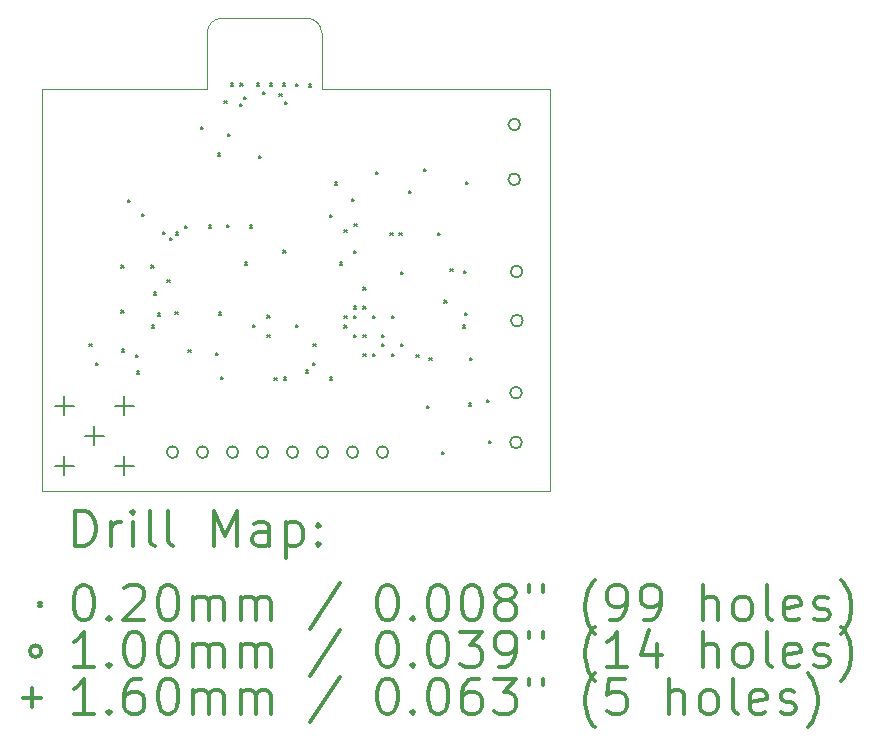
<source format=gbr>
%FSLAX45Y45*%
G04 Gerber Fmt 4.5, Leading zero omitted, Abs format (unit mm)*
G04 Created by KiCad (PCBNEW (5.1.0)-1) date 2019-06-03 19:38:52*
%MOMM*%
%LPD*%
G04 APERTURE LIST*
%ADD10C,0.050000*%
%ADD11C,0.200000*%
%ADD12C,0.300000*%
G04 APERTURE END LIST*
D10*
X12245000Y-4700000D02*
G75*
G02X12370000Y-4825000I0J-125000D01*
G01*
X11400000Y-4825000D02*
G75*
G02X11525000Y-4700000I125000J0D01*
G01*
X10000000Y-5300000D02*
X11400000Y-5300000D01*
X10000000Y-8700000D02*
X10000000Y-5300000D01*
X14300000Y-8700000D02*
X10000000Y-8700000D01*
X14300000Y-5300000D02*
X14300000Y-8700000D01*
X12370000Y-5300000D02*
X14300000Y-5300000D01*
X12370000Y-4825000D02*
X12370000Y-5300000D01*
X11525000Y-4700000D02*
X12245000Y-4700000D01*
X11400000Y-5300000D02*
X11400000Y-4825000D01*
D11*
X10402000Y-7458000D02*
X10422000Y-7478000D01*
X10422000Y-7458000D02*
X10402000Y-7478000D01*
X10457000Y-7618000D02*
X10477000Y-7638000D01*
X10477000Y-7618000D02*
X10457000Y-7638000D01*
X10673000Y-7173000D02*
X10693000Y-7193000D01*
X10693000Y-7173000D02*
X10673000Y-7193000D01*
X10674000Y-6792000D02*
X10694000Y-6812000D01*
X10694000Y-6792000D02*
X10674000Y-6812000D01*
X10680000Y-7503000D02*
X10700000Y-7523000D01*
X10700000Y-7503000D02*
X10680000Y-7523000D01*
X10729000Y-6236000D02*
X10749000Y-6256000D01*
X10749000Y-6236000D02*
X10729000Y-6256000D01*
X10797000Y-7547000D02*
X10817000Y-7567000D01*
X10817000Y-7547000D02*
X10797000Y-7567000D01*
X10807000Y-7688000D02*
X10827000Y-7708000D01*
X10827000Y-7688000D02*
X10807000Y-7708000D01*
X10848000Y-6354000D02*
X10868000Y-6374000D01*
X10868000Y-6354000D02*
X10848000Y-6374000D01*
X10926000Y-6792000D02*
X10946000Y-6812000D01*
X10946000Y-6792000D02*
X10926000Y-6812000D01*
X10931000Y-7299000D02*
X10951000Y-7319000D01*
X10951000Y-7299000D02*
X10931000Y-7319000D01*
X10949000Y-7022000D02*
X10969000Y-7042000D01*
X10969000Y-7022000D02*
X10949000Y-7042000D01*
X10985000Y-7197000D02*
X11005000Y-7217000D01*
X11005000Y-7197000D02*
X10985000Y-7217000D01*
X11027000Y-6508000D02*
X11047000Y-6528000D01*
X11047000Y-6508000D02*
X11027000Y-6528000D01*
X11062000Y-6914000D02*
X11082000Y-6934000D01*
X11082000Y-6914000D02*
X11062000Y-6934000D01*
X11082000Y-6561000D02*
X11102000Y-6581000D01*
X11102000Y-6561000D02*
X11082000Y-6581000D01*
X11131000Y-7184000D02*
X11151000Y-7204000D01*
X11151000Y-7184000D02*
X11131000Y-7204000D01*
X11133000Y-6513000D02*
X11153000Y-6533000D01*
X11153000Y-6513000D02*
X11133000Y-6533000D01*
X11212000Y-6455000D02*
X11232000Y-6475000D01*
X11232000Y-6455000D02*
X11212000Y-6475000D01*
X11240000Y-7510000D02*
X11260000Y-7530000D01*
X11260000Y-7510000D02*
X11240000Y-7530000D01*
X11345000Y-5618000D02*
X11365000Y-5638000D01*
X11365000Y-5618000D02*
X11345000Y-5638000D01*
X11416500Y-6454500D02*
X11436500Y-6474500D01*
X11436500Y-6454500D02*
X11416500Y-6474500D01*
X11476000Y-7535000D02*
X11496000Y-7555000D01*
X11496000Y-7535000D02*
X11476000Y-7555000D01*
X11490000Y-5843000D02*
X11510000Y-5863000D01*
X11510000Y-5843000D02*
X11490000Y-5863000D01*
X11500000Y-7190000D02*
X11520000Y-7210000D01*
X11520000Y-7190000D02*
X11500000Y-7210000D01*
X11514000Y-7738000D02*
X11534000Y-7758000D01*
X11534000Y-7738000D02*
X11514000Y-7758000D01*
X11547000Y-5398000D02*
X11567000Y-5418000D01*
X11567000Y-5398000D02*
X11547000Y-5418000D01*
X11566500Y-6451500D02*
X11586500Y-6471500D01*
X11586500Y-6451500D02*
X11566500Y-6471500D01*
X11575250Y-5679750D02*
X11595250Y-5699750D01*
X11595250Y-5679750D02*
X11575250Y-5699750D01*
X11599000Y-5252000D02*
X11619000Y-5272000D01*
X11619000Y-5252000D02*
X11599000Y-5272000D01*
X11677000Y-5423000D02*
X11697000Y-5443000D01*
X11697000Y-5423000D02*
X11677000Y-5443000D01*
X11680000Y-5250000D02*
X11700000Y-5270000D01*
X11700000Y-5250000D02*
X11680000Y-5270000D01*
X11711000Y-5367000D02*
X11731000Y-5387000D01*
X11731000Y-5367000D02*
X11711000Y-5387000D01*
X11718000Y-6765000D02*
X11738000Y-6785000D01*
X11738000Y-6765000D02*
X11718000Y-6785000D01*
X11762000Y-6454000D02*
X11782000Y-6474000D01*
X11782000Y-6454000D02*
X11762000Y-6474000D01*
X11786000Y-7297000D02*
X11806000Y-7317000D01*
X11806000Y-7297000D02*
X11786000Y-7317000D01*
X11820000Y-5251000D02*
X11840000Y-5271000D01*
X11840000Y-5251000D02*
X11820000Y-5271000D01*
X11838000Y-5866000D02*
X11858000Y-5886000D01*
X11858000Y-5866000D02*
X11838000Y-5886000D01*
X11872000Y-5323000D02*
X11892000Y-5343000D01*
X11892000Y-5323000D02*
X11872000Y-5343000D01*
X11910000Y-7214000D02*
X11930000Y-7234000D01*
X11930000Y-7214000D02*
X11910000Y-7234000D01*
X11910000Y-7381000D02*
X11930000Y-7401000D01*
X11930000Y-7381000D02*
X11910000Y-7401000D01*
X11930000Y-5250000D02*
X11950000Y-5270000D01*
X11950000Y-5250000D02*
X11930000Y-5270000D01*
X11970000Y-7745000D02*
X11990000Y-7765000D01*
X11990000Y-7745000D02*
X11970000Y-7765000D01*
X12012000Y-5340000D02*
X12032000Y-5360000D01*
X12032000Y-5340000D02*
X12012000Y-5360000D01*
X12040000Y-5252000D02*
X12060000Y-5272000D01*
X12060000Y-5252000D02*
X12040000Y-5272000D01*
X12046000Y-6665000D02*
X12066000Y-6685000D01*
X12066000Y-6665000D02*
X12046000Y-6685000D01*
X12047000Y-7740000D02*
X12067000Y-7760000D01*
X12067000Y-7740000D02*
X12047000Y-7760000D01*
X12059000Y-5405000D02*
X12079000Y-5425000D01*
X12079000Y-5405000D02*
X12059000Y-5425000D01*
X12149000Y-5257000D02*
X12169000Y-5277000D01*
X12169000Y-5257000D02*
X12149000Y-5277000D01*
X12152000Y-7298000D02*
X12172000Y-7318000D01*
X12172000Y-7298000D02*
X12152000Y-7318000D01*
X12234000Y-7681000D02*
X12254000Y-7701000D01*
X12254000Y-7681000D02*
X12234000Y-7701000D01*
X12260000Y-5260000D02*
X12280000Y-5280000D01*
X12280000Y-5260000D02*
X12260000Y-5280000D01*
X12295000Y-7618000D02*
X12315000Y-7638000D01*
X12315000Y-7618000D02*
X12295000Y-7638000D01*
X12300000Y-7459000D02*
X12320000Y-7479000D01*
X12320000Y-7459000D02*
X12300000Y-7479000D01*
X12440000Y-7739000D02*
X12460000Y-7759000D01*
X12460000Y-7739000D02*
X12440000Y-7759000D01*
X12441000Y-6362000D02*
X12461000Y-6382000D01*
X12461000Y-6362000D02*
X12441000Y-6382000D01*
X12481000Y-6090000D02*
X12501000Y-6110000D01*
X12501000Y-6090000D02*
X12481000Y-6110000D01*
X12521000Y-6765000D02*
X12541000Y-6785000D01*
X12541000Y-6765000D02*
X12521000Y-6785000D01*
X12561000Y-6494000D02*
X12581000Y-6514000D01*
X12581000Y-6494000D02*
X12561000Y-6514000D01*
X12561000Y-7299000D02*
X12581000Y-7319000D01*
X12581000Y-7299000D02*
X12561000Y-7319000D01*
X12562000Y-7218000D02*
X12582000Y-7238000D01*
X12582000Y-7218000D02*
X12562000Y-7238000D01*
X12623000Y-6229000D02*
X12643000Y-6249000D01*
X12643000Y-6229000D02*
X12623000Y-6249000D01*
X12641000Y-6670000D02*
X12661000Y-6690000D01*
X12661000Y-6670000D02*
X12641000Y-6690000D01*
X12641000Y-7139000D02*
X12661000Y-7159000D01*
X12661000Y-7139000D02*
X12641000Y-7159000D01*
X12641000Y-7379000D02*
X12661000Y-7399000D01*
X12661000Y-7379000D02*
X12641000Y-7399000D01*
X12642000Y-7219000D02*
X12662000Y-7239000D01*
X12662000Y-7219000D02*
X12642000Y-7239000D01*
X12645000Y-6441000D02*
X12665000Y-6461000D01*
X12665000Y-6441000D02*
X12645000Y-6461000D01*
X12721000Y-6979000D02*
X12741000Y-6999000D01*
X12741000Y-6979000D02*
X12721000Y-6999000D01*
X12721000Y-7379000D02*
X12741000Y-7399000D01*
X12741000Y-7379000D02*
X12721000Y-7399000D01*
X12721000Y-7539000D02*
X12741000Y-7559000D01*
X12741000Y-7539000D02*
X12721000Y-7559000D01*
X12722000Y-7138000D02*
X12742000Y-7158000D01*
X12742000Y-7138000D02*
X12722000Y-7158000D01*
X12801000Y-7219000D02*
X12821000Y-7239000D01*
X12821000Y-7219000D02*
X12801000Y-7239000D01*
X12801000Y-7539000D02*
X12821000Y-7559000D01*
X12821000Y-7539000D02*
X12801000Y-7559000D01*
X12830000Y-5998000D02*
X12850000Y-6018000D01*
X12850000Y-5998000D02*
X12830000Y-6018000D01*
X12881000Y-7379000D02*
X12901000Y-7399000D01*
X12901000Y-7379000D02*
X12881000Y-7399000D01*
X12881000Y-7459000D02*
X12901000Y-7479000D01*
X12901000Y-7459000D02*
X12881000Y-7479000D01*
X12952000Y-6515000D02*
X12972000Y-6535000D01*
X12972000Y-6515000D02*
X12952000Y-6535000D01*
X12961000Y-7220000D02*
X12981000Y-7240000D01*
X12981000Y-7220000D02*
X12961000Y-7240000D01*
X12961000Y-7539000D02*
X12981000Y-7559000D01*
X12981000Y-7539000D02*
X12961000Y-7559000D01*
X13027000Y-6515000D02*
X13047000Y-6535000D01*
X13047000Y-6515000D02*
X13027000Y-6535000D01*
X13041000Y-6849000D02*
X13061000Y-6869000D01*
X13061000Y-6849000D02*
X13041000Y-6869000D01*
X13041000Y-7459000D02*
X13061000Y-7479000D01*
X13061000Y-7459000D02*
X13041000Y-7479000D01*
X13110000Y-6160000D02*
X13130000Y-6180000D01*
X13130000Y-6160000D02*
X13110000Y-6180000D01*
X13170000Y-7547000D02*
X13190000Y-7567000D01*
X13190000Y-7547000D02*
X13170000Y-7567000D01*
X13234000Y-5976000D02*
X13254000Y-5996000D01*
X13254000Y-5976000D02*
X13234000Y-5996000D01*
X13262000Y-7980000D02*
X13282000Y-8000000D01*
X13282000Y-7980000D02*
X13262000Y-8000000D01*
X13282000Y-7576000D02*
X13302000Y-7596000D01*
X13302000Y-7576000D02*
X13282000Y-7596000D01*
X13352000Y-6515000D02*
X13372000Y-6535000D01*
X13372000Y-6515000D02*
X13352000Y-6535000D01*
X13388500Y-8373500D02*
X13408500Y-8393500D01*
X13408500Y-8373500D02*
X13388500Y-8393500D01*
X13409000Y-7087000D02*
X13429000Y-7107000D01*
X13429000Y-7087000D02*
X13409000Y-7107000D01*
X13460000Y-6821000D02*
X13480000Y-6841000D01*
X13480000Y-6821000D02*
X13460000Y-6841000D01*
X13563000Y-7299000D02*
X13583000Y-7319000D01*
X13583000Y-7299000D02*
X13563000Y-7319000D01*
X13575000Y-6838000D02*
X13595000Y-6858000D01*
X13595000Y-6838000D02*
X13575000Y-6858000D01*
X13581000Y-7192000D02*
X13601000Y-7212000D01*
X13601000Y-7192000D02*
X13581000Y-7212000D01*
X13590000Y-6084000D02*
X13610000Y-6104000D01*
X13610000Y-6084000D02*
X13590000Y-6104000D01*
X13617000Y-7959000D02*
X13637000Y-7979000D01*
X13637000Y-7959000D02*
X13617000Y-7979000D01*
X13624000Y-7574000D02*
X13644000Y-7594000D01*
X13644000Y-7574000D02*
X13624000Y-7594000D01*
X13767000Y-7931000D02*
X13787000Y-7951000D01*
X13787000Y-7931000D02*
X13767000Y-7951000D01*
X13783000Y-8280000D02*
X13803000Y-8300000D01*
X13803000Y-8280000D02*
X13783000Y-8300000D01*
X14051000Y-5599000D02*
G75*
G03X14051000Y-5599000I-50000J0D01*
G01*
X14065000Y-7871000D02*
G75*
G03X14065000Y-7871000I-50000J0D01*
G01*
X14070000Y-6845000D02*
G75*
G03X14070000Y-6845000I-50000J0D01*
G01*
X11157000Y-8373000D02*
G75*
G03X11157000Y-8373000I-50000J0D01*
G01*
X11411000Y-8373000D02*
G75*
G03X11411000Y-8373000I-50000J0D01*
G01*
X11665000Y-8373000D02*
G75*
G03X11665000Y-8373000I-50000J0D01*
G01*
X11919000Y-8373000D02*
G75*
G03X11919000Y-8373000I-50000J0D01*
G01*
X12173000Y-8373000D02*
G75*
G03X12173000Y-8373000I-50000J0D01*
G01*
X12427000Y-8373000D02*
G75*
G03X12427000Y-8373000I-50000J0D01*
G01*
X12681000Y-8373000D02*
G75*
G03X12681000Y-8373000I-50000J0D01*
G01*
X12935000Y-8373000D02*
G75*
G03X12935000Y-8373000I-50000J0D01*
G01*
X14073000Y-7260000D02*
G75*
G03X14073000Y-7260000I-50000J0D01*
G01*
X14051000Y-6064000D02*
G75*
G03X14051000Y-6064000I-50000J0D01*
G01*
X14065000Y-8291000D02*
G75*
G03X14065000Y-8291000I-50000J0D01*
G01*
X10190000Y-7901000D02*
X10190000Y-8061000D01*
X10110000Y-7981000D02*
X10270000Y-7981000D01*
X10190000Y-8409000D02*
X10190000Y-8569000D01*
X10110000Y-8489000D02*
X10270000Y-8489000D01*
X10444000Y-8155000D02*
X10444000Y-8315000D01*
X10364000Y-8235000D02*
X10524000Y-8235000D01*
X10698000Y-7901000D02*
X10698000Y-8061000D01*
X10618000Y-7981000D02*
X10778000Y-7981000D01*
X10698000Y-8409000D02*
X10698000Y-8569000D01*
X10618000Y-8489000D02*
X10778000Y-8489000D01*
D12*
X10283928Y-9168214D02*
X10283928Y-8868214D01*
X10355357Y-8868214D01*
X10398214Y-8882500D01*
X10426786Y-8911072D01*
X10441071Y-8939643D01*
X10455357Y-8996786D01*
X10455357Y-9039643D01*
X10441071Y-9096786D01*
X10426786Y-9125357D01*
X10398214Y-9153929D01*
X10355357Y-9168214D01*
X10283928Y-9168214D01*
X10583928Y-9168214D02*
X10583928Y-8968214D01*
X10583928Y-9025357D02*
X10598214Y-8996786D01*
X10612500Y-8982500D01*
X10641071Y-8968214D01*
X10669643Y-8968214D01*
X10769643Y-9168214D02*
X10769643Y-8968214D01*
X10769643Y-8868214D02*
X10755357Y-8882500D01*
X10769643Y-8896786D01*
X10783928Y-8882500D01*
X10769643Y-8868214D01*
X10769643Y-8896786D01*
X10955357Y-9168214D02*
X10926786Y-9153929D01*
X10912500Y-9125357D01*
X10912500Y-8868214D01*
X11112500Y-9168214D02*
X11083928Y-9153929D01*
X11069643Y-9125357D01*
X11069643Y-8868214D01*
X11455357Y-9168214D02*
X11455357Y-8868214D01*
X11555357Y-9082500D01*
X11655357Y-8868214D01*
X11655357Y-9168214D01*
X11926786Y-9168214D02*
X11926786Y-9011072D01*
X11912500Y-8982500D01*
X11883928Y-8968214D01*
X11826786Y-8968214D01*
X11798214Y-8982500D01*
X11926786Y-9153929D02*
X11898214Y-9168214D01*
X11826786Y-9168214D01*
X11798214Y-9153929D01*
X11783928Y-9125357D01*
X11783928Y-9096786D01*
X11798214Y-9068214D01*
X11826786Y-9053929D01*
X11898214Y-9053929D01*
X11926786Y-9039643D01*
X12069643Y-8968214D02*
X12069643Y-9268214D01*
X12069643Y-8982500D02*
X12098214Y-8968214D01*
X12155357Y-8968214D01*
X12183928Y-8982500D01*
X12198214Y-8996786D01*
X12212500Y-9025357D01*
X12212500Y-9111072D01*
X12198214Y-9139643D01*
X12183928Y-9153929D01*
X12155357Y-9168214D01*
X12098214Y-9168214D01*
X12069643Y-9153929D01*
X12341071Y-9139643D02*
X12355357Y-9153929D01*
X12341071Y-9168214D01*
X12326786Y-9153929D01*
X12341071Y-9139643D01*
X12341071Y-9168214D01*
X12341071Y-8982500D02*
X12355357Y-8996786D01*
X12341071Y-9011072D01*
X12326786Y-8996786D01*
X12341071Y-8982500D01*
X12341071Y-9011072D01*
X9977500Y-9652500D02*
X9997500Y-9672500D01*
X9997500Y-9652500D02*
X9977500Y-9672500D01*
X10341071Y-9498214D02*
X10369643Y-9498214D01*
X10398214Y-9512500D01*
X10412500Y-9526786D01*
X10426786Y-9555357D01*
X10441071Y-9612500D01*
X10441071Y-9683929D01*
X10426786Y-9741072D01*
X10412500Y-9769643D01*
X10398214Y-9783929D01*
X10369643Y-9798214D01*
X10341071Y-9798214D01*
X10312500Y-9783929D01*
X10298214Y-9769643D01*
X10283928Y-9741072D01*
X10269643Y-9683929D01*
X10269643Y-9612500D01*
X10283928Y-9555357D01*
X10298214Y-9526786D01*
X10312500Y-9512500D01*
X10341071Y-9498214D01*
X10569643Y-9769643D02*
X10583928Y-9783929D01*
X10569643Y-9798214D01*
X10555357Y-9783929D01*
X10569643Y-9769643D01*
X10569643Y-9798214D01*
X10698214Y-9526786D02*
X10712500Y-9512500D01*
X10741071Y-9498214D01*
X10812500Y-9498214D01*
X10841071Y-9512500D01*
X10855357Y-9526786D01*
X10869643Y-9555357D01*
X10869643Y-9583929D01*
X10855357Y-9626786D01*
X10683928Y-9798214D01*
X10869643Y-9798214D01*
X11055357Y-9498214D02*
X11083928Y-9498214D01*
X11112500Y-9512500D01*
X11126786Y-9526786D01*
X11141071Y-9555357D01*
X11155357Y-9612500D01*
X11155357Y-9683929D01*
X11141071Y-9741072D01*
X11126786Y-9769643D01*
X11112500Y-9783929D01*
X11083928Y-9798214D01*
X11055357Y-9798214D01*
X11026786Y-9783929D01*
X11012500Y-9769643D01*
X10998214Y-9741072D01*
X10983928Y-9683929D01*
X10983928Y-9612500D01*
X10998214Y-9555357D01*
X11012500Y-9526786D01*
X11026786Y-9512500D01*
X11055357Y-9498214D01*
X11283928Y-9798214D02*
X11283928Y-9598214D01*
X11283928Y-9626786D02*
X11298214Y-9612500D01*
X11326786Y-9598214D01*
X11369643Y-9598214D01*
X11398214Y-9612500D01*
X11412500Y-9641072D01*
X11412500Y-9798214D01*
X11412500Y-9641072D02*
X11426786Y-9612500D01*
X11455357Y-9598214D01*
X11498214Y-9598214D01*
X11526786Y-9612500D01*
X11541071Y-9641072D01*
X11541071Y-9798214D01*
X11683928Y-9798214D02*
X11683928Y-9598214D01*
X11683928Y-9626786D02*
X11698214Y-9612500D01*
X11726786Y-9598214D01*
X11769643Y-9598214D01*
X11798214Y-9612500D01*
X11812500Y-9641072D01*
X11812500Y-9798214D01*
X11812500Y-9641072D02*
X11826786Y-9612500D01*
X11855357Y-9598214D01*
X11898214Y-9598214D01*
X11926786Y-9612500D01*
X11941071Y-9641072D01*
X11941071Y-9798214D01*
X12526786Y-9483929D02*
X12269643Y-9869643D01*
X12912500Y-9498214D02*
X12941071Y-9498214D01*
X12969643Y-9512500D01*
X12983928Y-9526786D01*
X12998214Y-9555357D01*
X13012500Y-9612500D01*
X13012500Y-9683929D01*
X12998214Y-9741072D01*
X12983928Y-9769643D01*
X12969643Y-9783929D01*
X12941071Y-9798214D01*
X12912500Y-9798214D01*
X12883928Y-9783929D01*
X12869643Y-9769643D01*
X12855357Y-9741072D01*
X12841071Y-9683929D01*
X12841071Y-9612500D01*
X12855357Y-9555357D01*
X12869643Y-9526786D01*
X12883928Y-9512500D01*
X12912500Y-9498214D01*
X13141071Y-9769643D02*
X13155357Y-9783929D01*
X13141071Y-9798214D01*
X13126786Y-9783929D01*
X13141071Y-9769643D01*
X13141071Y-9798214D01*
X13341071Y-9498214D02*
X13369643Y-9498214D01*
X13398214Y-9512500D01*
X13412500Y-9526786D01*
X13426786Y-9555357D01*
X13441071Y-9612500D01*
X13441071Y-9683929D01*
X13426786Y-9741072D01*
X13412500Y-9769643D01*
X13398214Y-9783929D01*
X13369643Y-9798214D01*
X13341071Y-9798214D01*
X13312500Y-9783929D01*
X13298214Y-9769643D01*
X13283928Y-9741072D01*
X13269643Y-9683929D01*
X13269643Y-9612500D01*
X13283928Y-9555357D01*
X13298214Y-9526786D01*
X13312500Y-9512500D01*
X13341071Y-9498214D01*
X13626786Y-9498214D02*
X13655357Y-9498214D01*
X13683928Y-9512500D01*
X13698214Y-9526786D01*
X13712500Y-9555357D01*
X13726786Y-9612500D01*
X13726786Y-9683929D01*
X13712500Y-9741072D01*
X13698214Y-9769643D01*
X13683928Y-9783929D01*
X13655357Y-9798214D01*
X13626786Y-9798214D01*
X13598214Y-9783929D01*
X13583928Y-9769643D01*
X13569643Y-9741072D01*
X13555357Y-9683929D01*
X13555357Y-9612500D01*
X13569643Y-9555357D01*
X13583928Y-9526786D01*
X13598214Y-9512500D01*
X13626786Y-9498214D01*
X13898214Y-9626786D02*
X13869643Y-9612500D01*
X13855357Y-9598214D01*
X13841071Y-9569643D01*
X13841071Y-9555357D01*
X13855357Y-9526786D01*
X13869643Y-9512500D01*
X13898214Y-9498214D01*
X13955357Y-9498214D01*
X13983928Y-9512500D01*
X13998214Y-9526786D01*
X14012500Y-9555357D01*
X14012500Y-9569643D01*
X13998214Y-9598214D01*
X13983928Y-9612500D01*
X13955357Y-9626786D01*
X13898214Y-9626786D01*
X13869643Y-9641072D01*
X13855357Y-9655357D01*
X13841071Y-9683929D01*
X13841071Y-9741072D01*
X13855357Y-9769643D01*
X13869643Y-9783929D01*
X13898214Y-9798214D01*
X13955357Y-9798214D01*
X13983928Y-9783929D01*
X13998214Y-9769643D01*
X14012500Y-9741072D01*
X14012500Y-9683929D01*
X13998214Y-9655357D01*
X13983928Y-9641072D01*
X13955357Y-9626786D01*
X14126786Y-9498214D02*
X14126786Y-9555357D01*
X14241071Y-9498214D02*
X14241071Y-9555357D01*
X14683928Y-9912500D02*
X14669643Y-9898214D01*
X14641071Y-9855357D01*
X14626786Y-9826786D01*
X14612500Y-9783929D01*
X14598214Y-9712500D01*
X14598214Y-9655357D01*
X14612500Y-9583929D01*
X14626786Y-9541072D01*
X14641071Y-9512500D01*
X14669643Y-9469643D01*
X14683928Y-9455357D01*
X14812500Y-9798214D02*
X14869643Y-9798214D01*
X14898214Y-9783929D01*
X14912500Y-9769643D01*
X14941071Y-9726786D01*
X14955357Y-9669643D01*
X14955357Y-9555357D01*
X14941071Y-9526786D01*
X14926786Y-9512500D01*
X14898214Y-9498214D01*
X14841071Y-9498214D01*
X14812500Y-9512500D01*
X14798214Y-9526786D01*
X14783928Y-9555357D01*
X14783928Y-9626786D01*
X14798214Y-9655357D01*
X14812500Y-9669643D01*
X14841071Y-9683929D01*
X14898214Y-9683929D01*
X14926786Y-9669643D01*
X14941071Y-9655357D01*
X14955357Y-9626786D01*
X15098214Y-9798214D02*
X15155357Y-9798214D01*
X15183928Y-9783929D01*
X15198214Y-9769643D01*
X15226786Y-9726786D01*
X15241071Y-9669643D01*
X15241071Y-9555357D01*
X15226786Y-9526786D01*
X15212500Y-9512500D01*
X15183928Y-9498214D01*
X15126786Y-9498214D01*
X15098214Y-9512500D01*
X15083928Y-9526786D01*
X15069643Y-9555357D01*
X15069643Y-9626786D01*
X15083928Y-9655357D01*
X15098214Y-9669643D01*
X15126786Y-9683929D01*
X15183928Y-9683929D01*
X15212500Y-9669643D01*
X15226786Y-9655357D01*
X15241071Y-9626786D01*
X15598214Y-9798214D02*
X15598214Y-9498214D01*
X15726786Y-9798214D02*
X15726786Y-9641072D01*
X15712500Y-9612500D01*
X15683928Y-9598214D01*
X15641071Y-9598214D01*
X15612500Y-9612500D01*
X15598214Y-9626786D01*
X15912500Y-9798214D02*
X15883928Y-9783929D01*
X15869643Y-9769643D01*
X15855357Y-9741072D01*
X15855357Y-9655357D01*
X15869643Y-9626786D01*
X15883928Y-9612500D01*
X15912500Y-9598214D01*
X15955357Y-9598214D01*
X15983928Y-9612500D01*
X15998214Y-9626786D01*
X16012500Y-9655357D01*
X16012500Y-9741072D01*
X15998214Y-9769643D01*
X15983928Y-9783929D01*
X15955357Y-9798214D01*
X15912500Y-9798214D01*
X16183928Y-9798214D02*
X16155357Y-9783929D01*
X16141071Y-9755357D01*
X16141071Y-9498214D01*
X16412500Y-9783929D02*
X16383928Y-9798214D01*
X16326786Y-9798214D01*
X16298214Y-9783929D01*
X16283928Y-9755357D01*
X16283928Y-9641072D01*
X16298214Y-9612500D01*
X16326786Y-9598214D01*
X16383928Y-9598214D01*
X16412500Y-9612500D01*
X16426786Y-9641072D01*
X16426786Y-9669643D01*
X16283928Y-9698214D01*
X16541071Y-9783929D02*
X16569643Y-9798214D01*
X16626786Y-9798214D01*
X16655357Y-9783929D01*
X16669643Y-9755357D01*
X16669643Y-9741072D01*
X16655357Y-9712500D01*
X16626786Y-9698214D01*
X16583928Y-9698214D01*
X16555357Y-9683929D01*
X16541071Y-9655357D01*
X16541071Y-9641072D01*
X16555357Y-9612500D01*
X16583928Y-9598214D01*
X16626786Y-9598214D01*
X16655357Y-9612500D01*
X16769643Y-9912500D02*
X16783928Y-9898214D01*
X16812500Y-9855357D01*
X16826786Y-9826786D01*
X16841071Y-9783929D01*
X16855357Y-9712500D01*
X16855357Y-9655357D01*
X16841071Y-9583929D01*
X16826786Y-9541072D01*
X16812500Y-9512500D01*
X16783928Y-9469643D01*
X16769643Y-9455357D01*
X9997500Y-10058500D02*
G75*
G03X9997500Y-10058500I-50000J0D01*
G01*
X10441071Y-10194214D02*
X10269643Y-10194214D01*
X10355357Y-10194214D02*
X10355357Y-9894214D01*
X10326786Y-9937072D01*
X10298214Y-9965643D01*
X10269643Y-9979929D01*
X10569643Y-10165643D02*
X10583928Y-10179929D01*
X10569643Y-10194214D01*
X10555357Y-10179929D01*
X10569643Y-10165643D01*
X10569643Y-10194214D01*
X10769643Y-9894214D02*
X10798214Y-9894214D01*
X10826786Y-9908500D01*
X10841071Y-9922786D01*
X10855357Y-9951357D01*
X10869643Y-10008500D01*
X10869643Y-10079929D01*
X10855357Y-10137072D01*
X10841071Y-10165643D01*
X10826786Y-10179929D01*
X10798214Y-10194214D01*
X10769643Y-10194214D01*
X10741071Y-10179929D01*
X10726786Y-10165643D01*
X10712500Y-10137072D01*
X10698214Y-10079929D01*
X10698214Y-10008500D01*
X10712500Y-9951357D01*
X10726786Y-9922786D01*
X10741071Y-9908500D01*
X10769643Y-9894214D01*
X11055357Y-9894214D02*
X11083928Y-9894214D01*
X11112500Y-9908500D01*
X11126786Y-9922786D01*
X11141071Y-9951357D01*
X11155357Y-10008500D01*
X11155357Y-10079929D01*
X11141071Y-10137072D01*
X11126786Y-10165643D01*
X11112500Y-10179929D01*
X11083928Y-10194214D01*
X11055357Y-10194214D01*
X11026786Y-10179929D01*
X11012500Y-10165643D01*
X10998214Y-10137072D01*
X10983928Y-10079929D01*
X10983928Y-10008500D01*
X10998214Y-9951357D01*
X11012500Y-9922786D01*
X11026786Y-9908500D01*
X11055357Y-9894214D01*
X11283928Y-10194214D02*
X11283928Y-9994214D01*
X11283928Y-10022786D02*
X11298214Y-10008500D01*
X11326786Y-9994214D01*
X11369643Y-9994214D01*
X11398214Y-10008500D01*
X11412500Y-10037072D01*
X11412500Y-10194214D01*
X11412500Y-10037072D02*
X11426786Y-10008500D01*
X11455357Y-9994214D01*
X11498214Y-9994214D01*
X11526786Y-10008500D01*
X11541071Y-10037072D01*
X11541071Y-10194214D01*
X11683928Y-10194214D02*
X11683928Y-9994214D01*
X11683928Y-10022786D02*
X11698214Y-10008500D01*
X11726786Y-9994214D01*
X11769643Y-9994214D01*
X11798214Y-10008500D01*
X11812500Y-10037072D01*
X11812500Y-10194214D01*
X11812500Y-10037072D02*
X11826786Y-10008500D01*
X11855357Y-9994214D01*
X11898214Y-9994214D01*
X11926786Y-10008500D01*
X11941071Y-10037072D01*
X11941071Y-10194214D01*
X12526786Y-9879929D02*
X12269643Y-10265643D01*
X12912500Y-9894214D02*
X12941071Y-9894214D01*
X12969643Y-9908500D01*
X12983928Y-9922786D01*
X12998214Y-9951357D01*
X13012500Y-10008500D01*
X13012500Y-10079929D01*
X12998214Y-10137072D01*
X12983928Y-10165643D01*
X12969643Y-10179929D01*
X12941071Y-10194214D01*
X12912500Y-10194214D01*
X12883928Y-10179929D01*
X12869643Y-10165643D01*
X12855357Y-10137072D01*
X12841071Y-10079929D01*
X12841071Y-10008500D01*
X12855357Y-9951357D01*
X12869643Y-9922786D01*
X12883928Y-9908500D01*
X12912500Y-9894214D01*
X13141071Y-10165643D02*
X13155357Y-10179929D01*
X13141071Y-10194214D01*
X13126786Y-10179929D01*
X13141071Y-10165643D01*
X13141071Y-10194214D01*
X13341071Y-9894214D02*
X13369643Y-9894214D01*
X13398214Y-9908500D01*
X13412500Y-9922786D01*
X13426786Y-9951357D01*
X13441071Y-10008500D01*
X13441071Y-10079929D01*
X13426786Y-10137072D01*
X13412500Y-10165643D01*
X13398214Y-10179929D01*
X13369643Y-10194214D01*
X13341071Y-10194214D01*
X13312500Y-10179929D01*
X13298214Y-10165643D01*
X13283928Y-10137072D01*
X13269643Y-10079929D01*
X13269643Y-10008500D01*
X13283928Y-9951357D01*
X13298214Y-9922786D01*
X13312500Y-9908500D01*
X13341071Y-9894214D01*
X13541071Y-9894214D02*
X13726786Y-9894214D01*
X13626786Y-10008500D01*
X13669643Y-10008500D01*
X13698214Y-10022786D01*
X13712500Y-10037072D01*
X13726786Y-10065643D01*
X13726786Y-10137072D01*
X13712500Y-10165643D01*
X13698214Y-10179929D01*
X13669643Y-10194214D01*
X13583928Y-10194214D01*
X13555357Y-10179929D01*
X13541071Y-10165643D01*
X13869643Y-10194214D02*
X13926786Y-10194214D01*
X13955357Y-10179929D01*
X13969643Y-10165643D01*
X13998214Y-10122786D01*
X14012500Y-10065643D01*
X14012500Y-9951357D01*
X13998214Y-9922786D01*
X13983928Y-9908500D01*
X13955357Y-9894214D01*
X13898214Y-9894214D01*
X13869643Y-9908500D01*
X13855357Y-9922786D01*
X13841071Y-9951357D01*
X13841071Y-10022786D01*
X13855357Y-10051357D01*
X13869643Y-10065643D01*
X13898214Y-10079929D01*
X13955357Y-10079929D01*
X13983928Y-10065643D01*
X13998214Y-10051357D01*
X14012500Y-10022786D01*
X14126786Y-9894214D02*
X14126786Y-9951357D01*
X14241071Y-9894214D02*
X14241071Y-9951357D01*
X14683928Y-10308500D02*
X14669643Y-10294214D01*
X14641071Y-10251357D01*
X14626786Y-10222786D01*
X14612500Y-10179929D01*
X14598214Y-10108500D01*
X14598214Y-10051357D01*
X14612500Y-9979929D01*
X14626786Y-9937072D01*
X14641071Y-9908500D01*
X14669643Y-9865643D01*
X14683928Y-9851357D01*
X14955357Y-10194214D02*
X14783928Y-10194214D01*
X14869643Y-10194214D02*
X14869643Y-9894214D01*
X14841071Y-9937072D01*
X14812500Y-9965643D01*
X14783928Y-9979929D01*
X15212500Y-9994214D02*
X15212500Y-10194214D01*
X15141071Y-9879929D02*
X15069643Y-10094214D01*
X15255357Y-10094214D01*
X15598214Y-10194214D02*
X15598214Y-9894214D01*
X15726786Y-10194214D02*
X15726786Y-10037072D01*
X15712500Y-10008500D01*
X15683928Y-9994214D01*
X15641071Y-9994214D01*
X15612500Y-10008500D01*
X15598214Y-10022786D01*
X15912500Y-10194214D02*
X15883928Y-10179929D01*
X15869643Y-10165643D01*
X15855357Y-10137072D01*
X15855357Y-10051357D01*
X15869643Y-10022786D01*
X15883928Y-10008500D01*
X15912500Y-9994214D01*
X15955357Y-9994214D01*
X15983928Y-10008500D01*
X15998214Y-10022786D01*
X16012500Y-10051357D01*
X16012500Y-10137072D01*
X15998214Y-10165643D01*
X15983928Y-10179929D01*
X15955357Y-10194214D01*
X15912500Y-10194214D01*
X16183928Y-10194214D02*
X16155357Y-10179929D01*
X16141071Y-10151357D01*
X16141071Y-9894214D01*
X16412500Y-10179929D02*
X16383928Y-10194214D01*
X16326786Y-10194214D01*
X16298214Y-10179929D01*
X16283928Y-10151357D01*
X16283928Y-10037072D01*
X16298214Y-10008500D01*
X16326786Y-9994214D01*
X16383928Y-9994214D01*
X16412500Y-10008500D01*
X16426786Y-10037072D01*
X16426786Y-10065643D01*
X16283928Y-10094214D01*
X16541071Y-10179929D02*
X16569643Y-10194214D01*
X16626786Y-10194214D01*
X16655357Y-10179929D01*
X16669643Y-10151357D01*
X16669643Y-10137072D01*
X16655357Y-10108500D01*
X16626786Y-10094214D01*
X16583928Y-10094214D01*
X16555357Y-10079929D01*
X16541071Y-10051357D01*
X16541071Y-10037072D01*
X16555357Y-10008500D01*
X16583928Y-9994214D01*
X16626786Y-9994214D01*
X16655357Y-10008500D01*
X16769643Y-10308500D02*
X16783928Y-10294214D01*
X16812500Y-10251357D01*
X16826786Y-10222786D01*
X16841071Y-10179929D01*
X16855357Y-10108500D01*
X16855357Y-10051357D01*
X16841071Y-9979929D01*
X16826786Y-9937072D01*
X16812500Y-9908500D01*
X16783928Y-9865643D01*
X16769643Y-9851357D01*
X9917500Y-10374500D02*
X9917500Y-10534500D01*
X9837500Y-10454500D02*
X9997500Y-10454500D01*
X10441071Y-10590214D02*
X10269643Y-10590214D01*
X10355357Y-10590214D02*
X10355357Y-10290214D01*
X10326786Y-10333072D01*
X10298214Y-10361643D01*
X10269643Y-10375929D01*
X10569643Y-10561643D02*
X10583928Y-10575929D01*
X10569643Y-10590214D01*
X10555357Y-10575929D01*
X10569643Y-10561643D01*
X10569643Y-10590214D01*
X10841071Y-10290214D02*
X10783928Y-10290214D01*
X10755357Y-10304500D01*
X10741071Y-10318786D01*
X10712500Y-10361643D01*
X10698214Y-10418786D01*
X10698214Y-10533072D01*
X10712500Y-10561643D01*
X10726786Y-10575929D01*
X10755357Y-10590214D01*
X10812500Y-10590214D01*
X10841071Y-10575929D01*
X10855357Y-10561643D01*
X10869643Y-10533072D01*
X10869643Y-10461643D01*
X10855357Y-10433072D01*
X10841071Y-10418786D01*
X10812500Y-10404500D01*
X10755357Y-10404500D01*
X10726786Y-10418786D01*
X10712500Y-10433072D01*
X10698214Y-10461643D01*
X11055357Y-10290214D02*
X11083928Y-10290214D01*
X11112500Y-10304500D01*
X11126786Y-10318786D01*
X11141071Y-10347357D01*
X11155357Y-10404500D01*
X11155357Y-10475929D01*
X11141071Y-10533072D01*
X11126786Y-10561643D01*
X11112500Y-10575929D01*
X11083928Y-10590214D01*
X11055357Y-10590214D01*
X11026786Y-10575929D01*
X11012500Y-10561643D01*
X10998214Y-10533072D01*
X10983928Y-10475929D01*
X10983928Y-10404500D01*
X10998214Y-10347357D01*
X11012500Y-10318786D01*
X11026786Y-10304500D01*
X11055357Y-10290214D01*
X11283928Y-10590214D02*
X11283928Y-10390214D01*
X11283928Y-10418786D02*
X11298214Y-10404500D01*
X11326786Y-10390214D01*
X11369643Y-10390214D01*
X11398214Y-10404500D01*
X11412500Y-10433072D01*
X11412500Y-10590214D01*
X11412500Y-10433072D02*
X11426786Y-10404500D01*
X11455357Y-10390214D01*
X11498214Y-10390214D01*
X11526786Y-10404500D01*
X11541071Y-10433072D01*
X11541071Y-10590214D01*
X11683928Y-10590214D02*
X11683928Y-10390214D01*
X11683928Y-10418786D02*
X11698214Y-10404500D01*
X11726786Y-10390214D01*
X11769643Y-10390214D01*
X11798214Y-10404500D01*
X11812500Y-10433072D01*
X11812500Y-10590214D01*
X11812500Y-10433072D02*
X11826786Y-10404500D01*
X11855357Y-10390214D01*
X11898214Y-10390214D01*
X11926786Y-10404500D01*
X11941071Y-10433072D01*
X11941071Y-10590214D01*
X12526786Y-10275929D02*
X12269643Y-10661643D01*
X12912500Y-10290214D02*
X12941071Y-10290214D01*
X12969643Y-10304500D01*
X12983928Y-10318786D01*
X12998214Y-10347357D01*
X13012500Y-10404500D01*
X13012500Y-10475929D01*
X12998214Y-10533072D01*
X12983928Y-10561643D01*
X12969643Y-10575929D01*
X12941071Y-10590214D01*
X12912500Y-10590214D01*
X12883928Y-10575929D01*
X12869643Y-10561643D01*
X12855357Y-10533072D01*
X12841071Y-10475929D01*
X12841071Y-10404500D01*
X12855357Y-10347357D01*
X12869643Y-10318786D01*
X12883928Y-10304500D01*
X12912500Y-10290214D01*
X13141071Y-10561643D02*
X13155357Y-10575929D01*
X13141071Y-10590214D01*
X13126786Y-10575929D01*
X13141071Y-10561643D01*
X13141071Y-10590214D01*
X13341071Y-10290214D02*
X13369643Y-10290214D01*
X13398214Y-10304500D01*
X13412500Y-10318786D01*
X13426786Y-10347357D01*
X13441071Y-10404500D01*
X13441071Y-10475929D01*
X13426786Y-10533072D01*
X13412500Y-10561643D01*
X13398214Y-10575929D01*
X13369643Y-10590214D01*
X13341071Y-10590214D01*
X13312500Y-10575929D01*
X13298214Y-10561643D01*
X13283928Y-10533072D01*
X13269643Y-10475929D01*
X13269643Y-10404500D01*
X13283928Y-10347357D01*
X13298214Y-10318786D01*
X13312500Y-10304500D01*
X13341071Y-10290214D01*
X13698214Y-10290214D02*
X13641071Y-10290214D01*
X13612500Y-10304500D01*
X13598214Y-10318786D01*
X13569643Y-10361643D01*
X13555357Y-10418786D01*
X13555357Y-10533072D01*
X13569643Y-10561643D01*
X13583928Y-10575929D01*
X13612500Y-10590214D01*
X13669643Y-10590214D01*
X13698214Y-10575929D01*
X13712500Y-10561643D01*
X13726786Y-10533072D01*
X13726786Y-10461643D01*
X13712500Y-10433072D01*
X13698214Y-10418786D01*
X13669643Y-10404500D01*
X13612500Y-10404500D01*
X13583928Y-10418786D01*
X13569643Y-10433072D01*
X13555357Y-10461643D01*
X13826786Y-10290214D02*
X14012500Y-10290214D01*
X13912500Y-10404500D01*
X13955357Y-10404500D01*
X13983928Y-10418786D01*
X13998214Y-10433072D01*
X14012500Y-10461643D01*
X14012500Y-10533072D01*
X13998214Y-10561643D01*
X13983928Y-10575929D01*
X13955357Y-10590214D01*
X13869643Y-10590214D01*
X13841071Y-10575929D01*
X13826786Y-10561643D01*
X14126786Y-10290214D02*
X14126786Y-10347357D01*
X14241071Y-10290214D02*
X14241071Y-10347357D01*
X14683928Y-10704500D02*
X14669643Y-10690214D01*
X14641071Y-10647357D01*
X14626786Y-10618786D01*
X14612500Y-10575929D01*
X14598214Y-10504500D01*
X14598214Y-10447357D01*
X14612500Y-10375929D01*
X14626786Y-10333072D01*
X14641071Y-10304500D01*
X14669643Y-10261643D01*
X14683928Y-10247357D01*
X14941071Y-10290214D02*
X14798214Y-10290214D01*
X14783928Y-10433072D01*
X14798214Y-10418786D01*
X14826786Y-10404500D01*
X14898214Y-10404500D01*
X14926786Y-10418786D01*
X14941071Y-10433072D01*
X14955357Y-10461643D01*
X14955357Y-10533072D01*
X14941071Y-10561643D01*
X14926786Y-10575929D01*
X14898214Y-10590214D01*
X14826786Y-10590214D01*
X14798214Y-10575929D01*
X14783928Y-10561643D01*
X15312500Y-10590214D02*
X15312500Y-10290214D01*
X15441071Y-10590214D02*
X15441071Y-10433072D01*
X15426786Y-10404500D01*
X15398214Y-10390214D01*
X15355357Y-10390214D01*
X15326786Y-10404500D01*
X15312500Y-10418786D01*
X15626786Y-10590214D02*
X15598214Y-10575929D01*
X15583928Y-10561643D01*
X15569643Y-10533072D01*
X15569643Y-10447357D01*
X15583928Y-10418786D01*
X15598214Y-10404500D01*
X15626786Y-10390214D01*
X15669643Y-10390214D01*
X15698214Y-10404500D01*
X15712500Y-10418786D01*
X15726786Y-10447357D01*
X15726786Y-10533072D01*
X15712500Y-10561643D01*
X15698214Y-10575929D01*
X15669643Y-10590214D01*
X15626786Y-10590214D01*
X15898214Y-10590214D02*
X15869643Y-10575929D01*
X15855357Y-10547357D01*
X15855357Y-10290214D01*
X16126786Y-10575929D02*
X16098214Y-10590214D01*
X16041071Y-10590214D01*
X16012500Y-10575929D01*
X15998214Y-10547357D01*
X15998214Y-10433072D01*
X16012500Y-10404500D01*
X16041071Y-10390214D01*
X16098214Y-10390214D01*
X16126786Y-10404500D01*
X16141071Y-10433072D01*
X16141071Y-10461643D01*
X15998214Y-10490214D01*
X16255357Y-10575929D02*
X16283928Y-10590214D01*
X16341071Y-10590214D01*
X16369643Y-10575929D01*
X16383928Y-10547357D01*
X16383928Y-10533072D01*
X16369643Y-10504500D01*
X16341071Y-10490214D01*
X16298214Y-10490214D01*
X16269643Y-10475929D01*
X16255357Y-10447357D01*
X16255357Y-10433072D01*
X16269643Y-10404500D01*
X16298214Y-10390214D01*
X16341071Y-10390214D01*
X16369643Y-10404500D01*
X16483928Y-10704500D02*
X16498214Y-10690214D01*
X16526786Y-10647357D01*
X16541071Y-10618786D01*
X16555357Y-10575929D01*
X16569643Y-10504500D01*
X16569643Y-10447357D01*
X16555357Y-10375929D01*
X16541071Y-10333072D01*
X16526786Y-10304500D01*
X16498214Y-10261643D01*
X16483928Y-10247357D01*
M02*

</source>
